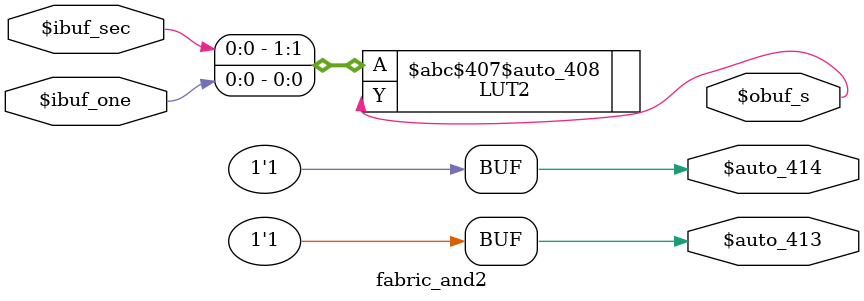
<source format=v>
/* Generated by Yosys 0.38 (git sha1 6c475f1f1, gcc 11.2.1 -fPIC -Os) */

module fabric_and2(\$auto_413 , \$auto_414 , \$ibuf_one , \$ibuf_sec , \$obuf_s );
  output \$auto_413 ;
  output \$auto_414 ;
  input \$ibuf_one ;
  input \$ibuf_sec ;
  output \$obuf_s ;
  wire \$auto_413 ;
  wire \$auto_414 ;
  (* src = "/nfs_scratch/scratch/CompilerValidation/abdul_hameed/24july/Validation/RTL_testcases/GUI_testcases/gui_run_incr_comp_project/incr_comp/run_1/incr_comp.srcs/sources_1/tmp.v:12.12-12.15" *)
  (* src = "/nfs_scratch/scratch/CompilerValidation/abdul_hameed/24july/Validation/RTL_testcases/GUI_testcases/gui_run_incr_comp_project/incr_comp/run_1/incr_comp.srcs/sources_1/tmp.v:12.12-12.15" *)
  wire \$ibuf_one ;
  (* src = "/nfs_scratch/scratch/CompilerValidation/abdul_hameed/24july/Validation/RTL_testcases/GUI_testcases/gui_run_incr_comp_project/incr_comp/run_1/incr_comp.srcs/sources_1/tmp.v:13.12-13.15" *)
  (* src = "/nfs_scratch/scratch/CompilerValidation/abdul_hameed/24july/Validation/RTL_testcases/GUI_testcases/gui_run_incr_comp_project/incr_comp/run_1/incr_comp.srcs/sources_1/tmp.v:13.12-13.15" *)
  wire \$ibuf_sec ;
  (* src = "/nfs_scratch/scratch/CompilerValidation/abdul_hameed/24july/Validation/RTL_testcases/GUI_testcases/gui_run_incr_comp_project/incr_comp/run_1/incr_comp.srcs/sources_1/tmp.v:14.13-14.14" *)
  (* src = "/nfs_scratch/scratch/CompilerValidation/abdul_hameed/24july/Validation/RTL_testcases/GUI_testcases/gui_run_incr_comp_project/incr_comp/run_1/incr_comp.srcs/sources_1/tmp.v:14.13-14.14" *)
  wire \$obuf_s ;
  (* module_not_derived = 32'h00000001 *)
  (* src = "/nfs_eda_sw/softwares/Raptor/instl_dir/07_24_2024_09_15_01/bin/../share/yosys/rapidsilicon/genesis3/lut_map.v:21.38-21.69" *)
  LUT2 #(
    .INIT_VALUE(4'h8)
  ) \$abc$407$auto_408  (
    .A({ \$ibuf_sec , \$ibuf_one  }),
    .Y(\$obuf_s )
  );
  assign \$auto_413  = 1'h1;
  assign \$auto_414  = 1'h1;
endmodule

</source>
